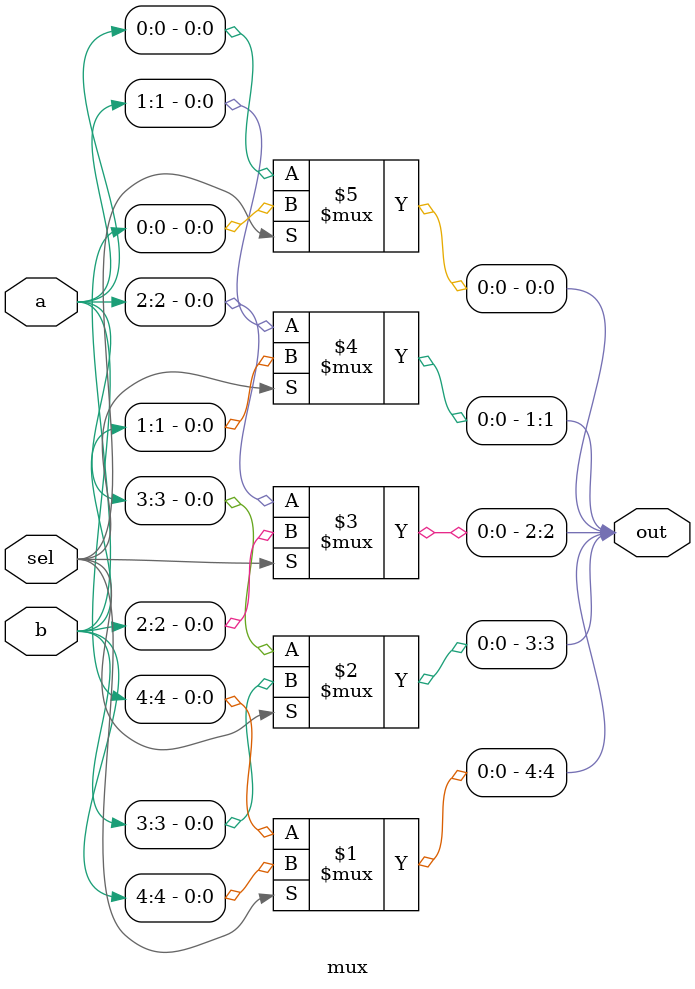
<source format=v>
module mux( 
input [4:0] a, b,
input sel,
output [4:0] out );
// When sel=0, assign a to out. 
// When sel=1, assign b to out.
// There can be multiple bits enabled.
assign out[4]=sel?b[4]:a[4];
assign out[3]=sel?b[3]:a[3]; 
assign out[2]=sel?b[2]:a[2];
assign out[1]=sel?b[1]:a[1]; 
assign out[0]=sel?b[0]:a[0];
endmodule

</source>
